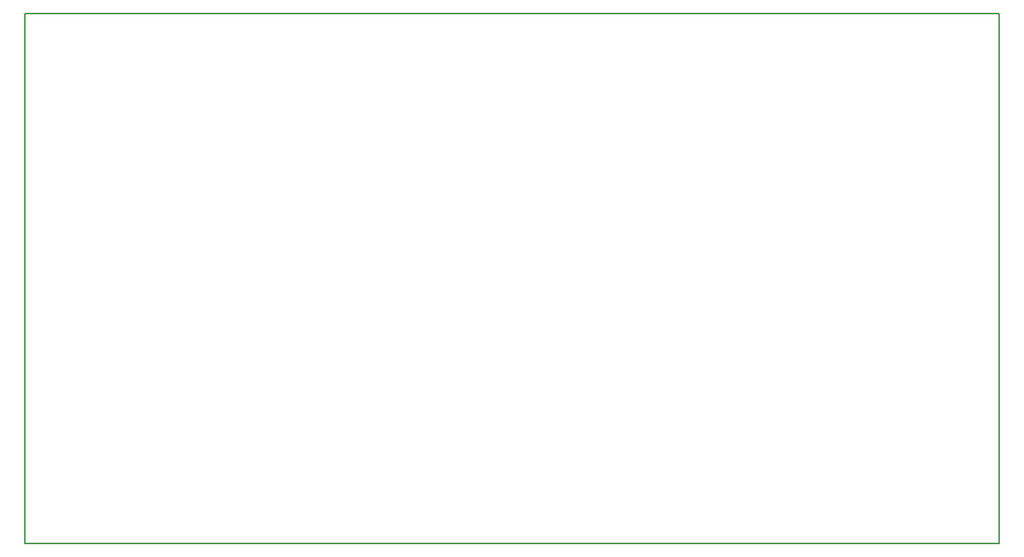
<source format=gm1>
G04*
G04 #@! TF.GenerationSoftware,Altium Limited,Altium Designer,24.4.1 (13)*
G04*
G04 Layer_Color=16711935*
%FSLAX25Y25*%
%MOIN*%
G70*
G04*
G04 #@! TF.SameCoordinates,DFA012FA-E2B2-4B6A-99E0-2456AF4758C4*
G04*
G04*
G04 #@! TF.FilePolarity,Positive*
G04*
G01*
G75*
%ADD12C,0.00500*%
D12*
X-0Y0D02*
X431020D01*
X-0D02*
X0Y234500D01*
X431020Y0D02*
X431020Y234500D01*
X0D02*
X431020D01*
M02*

</source>
